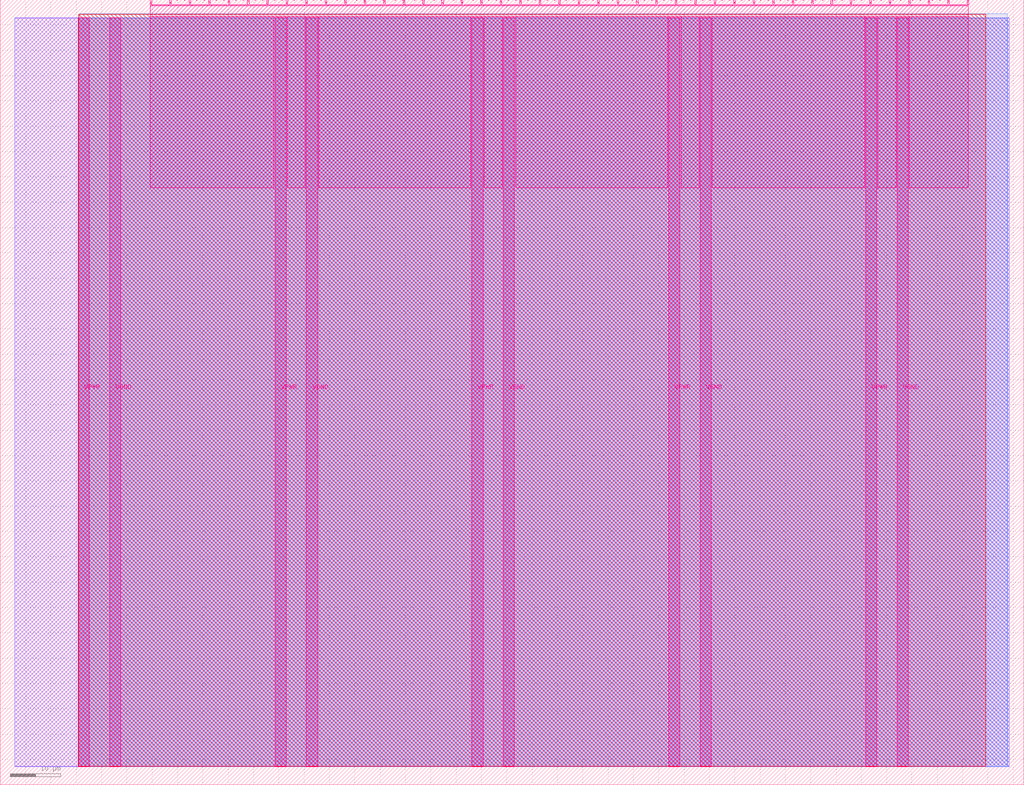
<source format=lef>
VERSION 5.7 ;
  NOWIREEXTENSIONATPIN ON ;
  DIVIDERCHAR "/" ;
  BUSBITCHARS "[]" ;
MACRO tt_um_aditya_patra
  CLASS BLOCK ;
  FOREIGN tt_um_aditya_patra ;
  ORIGIN 0.000 0.000 ;
  SIZE 202.080 BY 154.980 ;
  PIN VGND
    DIRECTION INOUT ;
    USE GROUND ;
    PORT
      LAYER Metal5 ;
        RECT 21.580 3.560 23.780 151.420 ;
    END
    PORT
      LAYER Metal5 ;
        RECT 60.450 3.560 62.650 151.420 ;
    END
    PORT
      LAYER Metal5 ;
        RECT 99.320 3.560 101.520 151.420 ;
    END
    PORT
      LAYER Metal5 ;
        RECT 138.190 3.560 140.390 151.420 ;
    END
    PORT
      LAYER Metal5 ;
        RECT 177.060 3.560 179.260 151.420 ;
    END
  END VGND
  PIN VPWR
    DIRECTION INOUT ;
    USE POWER ;
    PORT
      LAYER Metal5 ;
        RECT 15.380 3.560 17.580 151.420 ;
    END
    PORT
      LAYER Metal5 ;
        RECT 54.250 3.560 56.450 151.420 ;
    END
    PORT
      LAYER Metal5 ;
        RECT 93.120 3.560 95.320 151.420 ;
    END
    PORT
      LAYER Metal5 ;
        RECT 131.990 3.560 134.190 151.420 ;
    END
    PORT
      LAYER Metal5 ;
        RECT 170.860 3.560 173.060 151.420 ;
    END
  END VPWR
  PIN clk
    DIRECTION INPUT ;
    USE SIGNAL ;
    ANTENNAGATEAREA 0.213200 ;
    PORT
      LAYER Metal5 ;
        RECT 187.050 153.980 187.350 154.980 ;
    END
  END clk
  PIN ena
    DIRECTION INPUT ;
    USE SIGNAL ;
    ANTENNAGATEAREA 0.180700 ;
    PORT
      LAYER Metal5 ;
        RECT 190.890 153.980 191.190 154.980 ;
    END
  END ena
  PIN rst_n
    DIRECTION INPUT ;
    USE SIGNAL ;
    ANTENNAGATEAREA 0.180700 ;
    PORT
      LAYER Metal5 ;
        RECT 183.210 153.980 183.510 154.980 ;
    END
  END rst_n
  PIN ui_in[0]
    DIRECTION INPUT ;
    USE SIGNAL ;
    ANTENNAGATEAREA 0.180700 ;
    PORT
      LAYER Metal5 ;
        RECT 179.370 153.980 179.670 154.980 ;
    END
  END ui_in[0]
  PIN ui_in[1]
    DIRECTION INPUT ;
    USE SIGNAL ;
    ANTENNAGATEAREA 0.180700 ;
    PORT
      LAYER Metal5 ;
        RECT 175.530 153.980 175.830 154.980 ;
    END
  END ui_in[1]
  PIN ui_in[2]
    DIRECTION INPUT ;
    USE SIGNAL ;
    ANTENNAGATEAREA 0.180700 ;
    PORT
      LAYER Metal5 ;
        RECT 171.690 153.980 171.990 154.980 ;
    END
  END ui_in[2]
  PIN ui_in[3]
    DIRECTION INPUT ;
    USE SIGNAL ;
    PORT
      LAYER Metal5 ;
        RECT 167.850 153.980 168.150 154.980 ;
    END
  END ui_in[3]
  PIN ui_in[4]
    DIRECTION INPUT ;
    USE SIGNAL ;
    PORT
      LAYER Metal5 ;
        RECT 164.010 153.980 164.310 154.980 ;
    END
  END ui_in[4]
  PIN ui_in[5]
    DIRECTION INPUT ;
    USE SIGNAL ;
    PORT
      LAYER Metal5 ;
        RECT 160.170 153.980 160.470 154.980 ;
    END
  END ui_in[5]
  PIN ui_in[6]
    DIRECTION INPUT ;
    USE SIGNAL ;
    PORT
      LAYER Metal5 ;
        RECT 156.330 153.980 156.630 154.980 ;
    END
  END ui_in[6]
  PIN ui_in[7]
    DIRECTION INPUT ;
    USE SIGNAL ;
    PORT
      LAYER Metal5 ;
        RECT 152.490 153.980 152.790 154.980 ;
    END
  END ui_in[7]
  PIN uio_in[0]
    DIRECTION INPUT ;
    USE SIGNAL ;
    PORT
      LAYER Metal5 ;
        RECT 148.650 153.980 148.950 154.980 ;
    END
  END uio_in[0]
  PIN uio_in[1]
    DIRECTION INPUT ;
    USE SIGNAL ;
    PORT
      LAYER Metal5 ;
        RECT 144.810 153.980 145.110 154.980 ;
    END
  END uio_in[1]
  PIN uio_in[2]
    DIRECTION INPUT ;
    USE SIGNAL ;
    PORT
      LAYER Metal5 ;
        RECT 140.970 153.980 141.270 154.980 ;
    END
  END uio_in[2]
  PIN uio_in[3]
    DIRECTION INPUT ;
    USE SIGNAL ;
    PORT
      LAYER Metal5 ;
        RECT 137.130 153.980 137.430 154.980 ;
    END
  END uio_in[3]
  PIN uio_in[4]
    DIRECTION INPUT ;
    USE SIGNAL ;
    PORT
      LAYER Metal5 ;
        RECT 133.290 153.980 133.590 154.980 ;
    END
  END uio_in[4]
  PIN uio_in[5]
    DIRECTION INPUT ;
    USE SIGNAL ;
    PORT
      LAYER Metal5 ;
        RECT 129.450 153.980 129.750 154.980 ;
    END
  END uio_in[5]
  PIN uio_in[6]
    DIRECTION INPUT ;
    USE SIGNAL ;
    PORT
      LAYER Metal5 ;
        RECT 125.610 153.980 125.910 154.980 ;
    END
  END uio_in[6]
  PIN uio_in[7]
    DIRECTION INPUT ;
    USE SIGNAL ;
    PORT
      LAYER Metal5 ;
        RECT 121.770 153.980 122.070 154.980 ;
    END
  END uio_in[7]
  PIN uio_oe[0]
    DIRECTION OUTPUT ;
    USE SIGNAL ;
    ANTENNADIFFAREA 0.299200 ;
    PORT
      LAYER Metal5 ;
        RECT 56.490 153.980 56.790 154.980 ;
    END
  END uio_oe[0]
  PIN uio_oe[1]
    DIRECTION OUTPUT ;
    USE SIGNAL ;
    ANTENNADIFFAREA 0.299200 ;
    PORT
      LAYER Metal5 ;
        RECT 52.650 153.980 52.950 154.980 ;
    END
  END uio_oe[1]
  PIN uio_oe[2]
    DIRECTION OUTPUT ;
    USE SIGNAL ;
    ANTENNADIFFAREA 0.299200 ;
    PORT
      LAYER Metal5 ;
        RECT 48.810 153.980 49.110 154.980 ;
    END
  END uio_oe[2]
  PIN uio_oe[3]
    DIRECTION OUTPUT ;
    USE SIGNAL ;
    ANTENNADIFFAREA 0.299200 ;
    PORT
      LAYER Metal5 ;
        RECT 44.970 153.980 45.270 154.980 ;
    END
  END uio_oe[3]
  PIN uio_oe[4]
    DIRECTION OUTPUT ;
    USE SIGNAL ;
    ANTENNADIFFAREA 0.299200 ;
    PORT
      LAYER Metal5 ;
        RECT 41.130 153.980 41.430 154.980 ;
    END
  END uio_oe[4]
  PIN uio_oe[5]
    DIRECTION OUTPUT ;
    USE SIGNAL ;
    ANTENNADIFFAREA 0.299200 ;
    PORT
      LAYER Metal5 ;
        RECT 37.290 153.980 37.590 154.980 ;
    END
  END uio_oe[5]
  PIN uio_oe[6]
    DIRECTION OUTPUT ;
    USE SIGNAL ;
    ANTENNADIFFAREA 0.299200 ;
    PORT
      LAYER Metal5 ;
        RECT 33.450 153.980 33.750 154.980 ;
    END
  END uio_oe[6]
  PIN uio_oe[7]
    DIRECTION OUTPUT ;
    USE SIGNAL ;
    ANTENNADIFFAREA 0.299200 ;
    PORT
      LAYER Metal5 ;
        RECT 29.610 153.980 29.910 154.980 ;
    END
  END uio_oe[7]
  PIN uio_out[0]
    DIRECTION OUTPUT ;
    USE SIGNAL ;
    ANTENNADIFFAREA 0.299200 ;
    PORT
      LAYER Metal5 ;
        RECT 87.210 153.980 87.510 154.980 ;
    END
  END uio_out[0]
  PIN uio_out[1]
    DIRECTION OUTPUT ;
    USE SIGNAL ;
    ANTENNADIFFAREA 0.299200 ;
    PORT
      LAYER Metal5 ;
        RECT 83.370 153.980 83.670 154.980 ;
    END
  END uio_out[1]
  PIN uio_out[2]
    DIRECTION OUTPUT ;
    USE SIGNAL ;
    ANTENNADIFFAREA 0.299200 ;
    PORT
      LAYER Metal5 ;
        RECT 79.530 153.980 79.830 154.980 ;
    END
  END uio_out[2]
  PIN uio_out[3]
    DIRECTION OUTPUT ;
    USE SIGNAL ;
    ANTENNADIFFAREA 0.299200 ;
    PORT
      LAYER Metal5 ;
        RECT 75.690 153.980 75.990 154.980 ;
    END
  END uio_out[3]
  PIN uio_out[4]
    DIRECTION OUTPUT ;
    USE SIGNAL ;
    ANTENNADIFFAREA 0.299200 ;
    PORT
      LAYER Metal5 ;
        RECT 71.850 153.980 72.150 154.980 ;
    END
  END uio_out[4]
  PIN uio_out[5]
    DIRECTION OUTPUT ;
    USE SIGNAL ;
    ANTENNADIFFAREA 0.299200 ;
    PORT
      LAYER Metal5 ;
        RECT 68.010 153.980 68.310 154.980 ;
    END
  END uio_out[5]
  PIN uio_out[6]
    DIRECTION OUTPUT ;
    USE SIGNAL ;
    ANTENNADIFFAREA 0.299200 ;
    PORT
      LAYER Metal5 ;
        RECT 64.170 153.980 64.470 154.980 ;
    END
  END uio_out[6]
  PIN uio_out[7]
    DIRECTION OUTPUT ;
    USE SIGNAL ;
    ANTENNADIFFAREA 0.299200 ;
    PORT
      LAYER Metal5 ;
        RECT 60.330 153.980 60.630 154.980 ;
    END
  END uio_out[7]
  PIN uo_out[0]
    DIRECTION OUTPUT ;
    USE SIGNAL ;
    ANTENNADIFFAREA 0.654800 ;
    PORT
      LAYER Metal5 ;
        RECT 117.930 153.980 118.230 154.980 ;
    END
  END uo_out[0]
  PIN uo_out[1]
    DIRECTION OUTPUT ;
    USE SIGNAL ;
    ANTENNADIFFAREA 0.654800 ;
    PORT
      LAYER Metal5 ;
        RECT 114.090 153.980 114.390 154.980 ;
    END
  END uo_out[1]
  PIN uo_out[2]
    DIRECTION OUTPUT ;
    USE SIGNAL ;
    ANTENNADIFFAREA 0.654800 ;
    PORT
      LAYER Metal5 ;
        RECT 110.250 153.980 110.550 154.980 ;
    END
  END uo_out[2]
  PIN uo_out[3]
    DIRECTION OUTPUT ;
    USE SIGNAL ;
    ANTENNADIFFAREA 0.299200 ;
    PORT
      LAYER Metal5 ;
        RECT 106.410 153.980 106.710 154.980 ;
    END
  END uo_out[3]
  PIN uo_out[4]
    DIRECTION OUTPUT ;
    USE SIGNAL ;
    ANTENNADIFFAREA 0.299200 ;
    PORT
      LAYER Metal5 ;
        RECT 102.570 153.980 102.870 154.980 ;
    END
  END uo_out[4]
  PIN uo_out[5]
    DIRECTION OUTPUT ;
    USE SIGNAL ;
    ANTENNADIFFAREA 0.299200 ;
    PORT
      LAYER Metal5 ;
        RECT 98.730 153.980 99.030 154.980 ;
    END
  END uo_out[5]
  PIN uo_out[6]
    DIRECTION OUTPUT ;
    USE SIGNAL ;
    ANTENNADIFFAREA 0.299200 ;
    PORT
      LAYER Metal5 ;
        RECT 94.890 153.980 95.190 154.980 ;
    END
  END uo_out[6]
  PIN uo_out[7]
    DIRECTION OUTPUT ;
    USE SIGNAL ;
    ANTENNADIFFAREA 0.299200 ;
    PORT
      LAYER Metal5 ;
        RECT 91.050 153.980 91.350 154.980 ;
    END
  END uo_out[7]
  OBS
      LAYER GatPoly ;
        RECT 2.880 3.630 199.200 151.350 ;
      LAYER Metal1 ;
        RECT 2.880 3.560 199.200 151.420 ;
      LAYER Metal2 ;
        RECT 15.515 3.680 198.865 151.300 ;
      LAYER Metal3 ;
        RECT 15.560 3.635 198.820 152.185 ;
      LAYER Metal4 ;
        RECT 15.515 3.680 194.545 152.140 ;
      LAYER Metal5 ;
        RECT 30.120 153.770 33.240 153.980 ;
        RECT 33.960 153.770 37.080 153.980 ;
        RECT 37.800 153.770 40.920 153.980 ;
        RECT 41.640 153.770 44.760 153.980 ;
        RECT 45.480 153.770 48.600 153.980 ;
        RECT 49.320 153.770 52.440 153.980 ;
        RECT 53.160 153.770 56.280 153.980 ;
        RECT 57.000 153.770 60.120 153.980 ;
        RECT 60.840 153.770 63.960 153.980 ;
        RECT 64.680 153.770 67.800 153.980 ;
        RECT 68.520 153.770 71.640 153.980 ;
        RECT 72.360 153.770 75.480 153.980 ;
        RECT 76.200 153.770 79.320 153.980 ;
        RECT 80.040 153.770 83.160 153.980 ;
        RECT 83.880 153.770 87.000 153.980 ;
        RECT 87.720 153.770 90.840 153.980 ;
        RECT 91.560 153.770 94.680 153.980 ;
        RECT 95.400 153.770 98.520 153.980 ;
        RECT 99.240 153.770 102.360 153.980 ;
        RECT 103.080 153.770 106.200 153.980 ;
        RECT 106.920 153.770 110.040 153.980 ;
        RECT 110.760 153.770 113.880 153.980 ;
        RECT 114.600 153.770 117.720 153.980 ;
        RECT 118.440 153.770 121.560 153.980 ;
        RECT 122.280 153.770 125.400 153.980 ;
        RECT 126.120 153.770 129.240 153.980 ;
        RECT 129.960 153.770 133.080 153.980 ;
        RECT 133.800 153.770 136.920 153.980 ;
        RECT 137.640 153.770 140.760 153.980 ;
        RECT 141.480 153.770 144.600 153.980 ;
        RECT 145.320 153.770 148.440 153.980 ;
        RECT 149.160 153.770 152.280 153.980 ;
        RECT 153.000 153.770 156.120 153.980 ;
        RECT 156.840 153.770 159.960 153.980 ;
        RECT 160.680 153.770 163.800 153.980 ;
        RECT 164.520 153.770 167.640 153.980 ;
        RECT 168.360 153.770 171.480 153.980 ;
        RECT 172.200 153.770 175.320 153.980 ;
        RECT 176.040 153.770 179.160 153.980 ;
        RECT 179.880 153.770 183.000 153.980 ;
        RECT 183.720 153.770 186.840 153.980 ;
        RECT 187.560 153.770 190.680 153.980 ;
        RECT 29.660 151.630 191.140 153.770 ;
        RECT 29.660 117.875 54.040 151.630 ;
        RECT 56.660 117.875 60.240 151.630 ;
        RECT 62.860 117.875 92.910 151.630 ;
        RECT 95.530 117.875 99.110 151.630 ;
        RECT 101.730 117.875 131.780 151.630 ;
        RECT 134.400 117.875 137.980 151.630 ;
        RECT 140.600 117.875 170.650 151.630 ;
        RECT 173.270 117.875 176.850 151.630 ;
        RECT 179.470 117.875 191.140 151.630 ;
  END
END tt_um_aditya_patra
END LIBRARY


</source>
